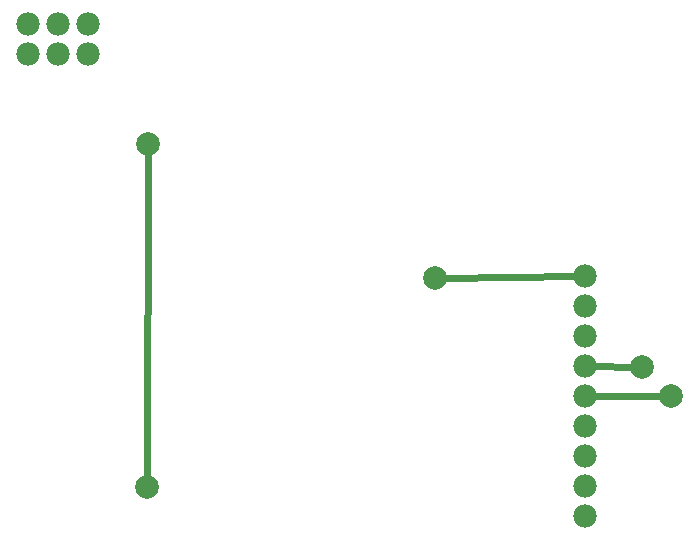
<source format=gbl>
G04 MADE WITH FRITZING*
G04 WWW.FRITZING.ORG*
G04 DOUBLE SIDED*
G04 HOLES PLATED*
G04 CONTOUR ON CENTER OF CONTOUR VECTOR*
%ASAXBY*%
%FSLAX23Y23*%
%MOIN*%
%OFA0B0*%
%SFA1.0B1.0*%
%ADD10C,0.078740*%
%ADD11C,0.078000*%
%ADD12C,0.024000*%
%LNCOPPER0*%
G90*
G70*
G54D10*
X2365Y993D03*
X2461Y896D03*
G54D11*
X2175Y1294D03*
X2175Y1194D03*
X2175Y1094D03*
X2175Y994D03*
X2175Y894D03*
X2175Y794D03*
X2175Y694D03*
X2175Y594D03*
X2175Y494D03*
X519Y2134D03*
X419Y2134D03*
X319Y2134D03*
X519Y2134D03*
X419Y2134D03*
X319Y2134D03*
X319Y2034D03*
X419Y2034D03*
X519Y2034D03*
G54D10*
X715Y592D03*
X719Y1734D03*
X1674Y1290D03*
G54D12*
X2145Y1294D02*
X1705Y1290D01*
D02*
X2205Y994D02*
X2334Y993D01*
D02*
X2205Y894D02*
X2430Y896D01*
D02*
X715Y622D02*
X719Y1703D01*
G04 End of Copper0*
M02*
</source>
